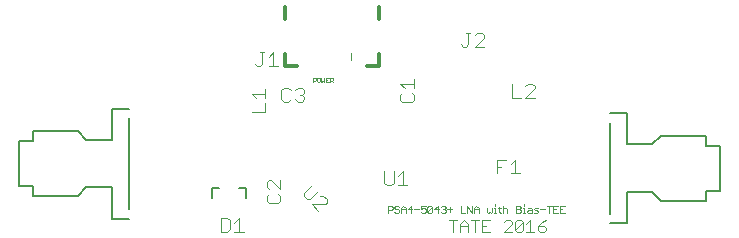
<source format=gto>
G75*
%MOIN*%
%OFA0B0*%
%FSLAX25Y25*%
%IPPOS*%
%LPD*%
%AMOC8*
5,1,8,0,0,1.08239X$1,22.5*
%
%ADD10C,0.00000*%
%ADD11C,0.00400*%
%ADD12C,0.00600*%
%ADD13C,0.01200*%
%ADD14C,0.00100*%
%ADD15C,0.00800*%
D10*
X0124372Y0021955D02*
X0124372Y0024357D01*
X0125573Y0024357D01*
X0125974Y0023957D01*
X0125974Y0023156D01*
X0125573Y0022756D01*
X0124372Y0022756D01*
X0126582Y0022356D02*
X0126983Y0021955D01*
X0127783Y0021955D01*
X0128184Y0022356D01*
X0128184Y0022756D01*
X0127783Y0023156D01*
X0126983Y0023156D01*
X0126582Y0023557D01*
X0126582Y0023957D01*
X0126983Y0024357D01*
X0127783Y0024357D01*
X0128184Y0023957D01*
X0128792Y0023557D02*
X0129593Y0024357D01*
X0130394Y0023557D01*
X0130394Y0021955D01*
X0130394Y0023156D02*
X0128792Y0023156D01*
X0128792Y0023557D02*
X0128792Y0021955D01*
X0131002Y0023156D02*
X0132603Y0023156D01*
X0133212Y0023156D02*
X0134813Y0023156D01*
X0135422Y0023156D02*
X0136223Y0023557D01*
X0136623Y0023557D01*
X0137023Y0023156D01*
X0137023Y0022356D01*
X0136623Y0021955D01*
X0135822Y0021955D01*
X0135422Y0022356D01*
X0135422Y0023156D02*
X0135422Y0024357D01*
X0137023Y0024357D01*
X0137632Y0023957D02*
X0138032Y0024357D01*
X0138833Y0024357D01*
X0139233Y0023957D01*
X0137632Y0022356D01*
X0138032Y0021955D01*
X0138833Y0021955D01*
X0139233Y0022356D01*
X0139233Y0023957D01*
X0139842Y0023156D02*
X0141443Y0023156D01*
X0142051Y0022356D02*
X0142452Y0021955D01*
X0143252Y0021955D01*
X0143653Y0022356D01*
X0143653Y0022756D01*
X0143252Y0023156D01*
X0142852Y0023156D01*
X0143252Y0023156D02*
X0143653Y0023557D01*
X0143653Y0023957D01*
X0143252Y0024357D01*
X0142452Y0024357D01*
X0142051Y0023957D01*
X0141043Y0024357D02*
X0139842Y0023156D01*
X0141043Y0021955D02*
X0141043Y0024357D01*
X0137632Y0023957D02*
X0137632Y0022356D01*
X0144261Y0023156D02*
X0145863Y0023156D01*
X0145062Y0023957D02*
X0145062Y0022356D01*
X0148681Y0021955D02*
X0150282Y0021955D01*
X0150891Y0021955D02*
X0150891Y0024357D01*
X0152492Y0021955D01*
X0152492Y0024357D01*
X0153101Y0023557D02*
X0153902Y0024357D01*
X0154702Y0023557D01*
X0154702Y0021955D01*
X0154702Y0023156D02*
X0153101Y0023156D01*
X0153101Y0023557D02*
X0153101Y0021955D01*
X0153546Y0019660D02*
X0153546Y0015656D01*
X0155894Y0015656D02*
X0158563Y0015656D01*
X0155894Y0015656D02*
X0155894Y0019660D01*
X0158563Y0019660D01*
X0158722Y0021955D02*
X0159122Y0022356D01*
X0159122Y0023557D01*
X0159731Y0023557D02*
X0160131Y0023557D01*
X0160131Y0021955D01*
X0159731Y0021955D02*
X0160531Y0021955D01*
X0161604Y0022356D02*
X0162004Y0021955D01*
X0161604Y0022356D02*
X0161604Y0023957D01*
X0161204Y0023557D02*
X0162004Y0023557D01*
X0162677Y0023156D02*
X0163077Y0023557D01*
X0163878Y0023557D01*
X0164278Y0023156D01*
X0164278Y0021955D01*
X0162677Y0021955D02*
X0162677Y0024357D01*
X0160131Y0024357D02*
X0160131Y0024758D01*
X0157521Y0023557D02*
X0157521Y0022356D01*
X0157921Y0021955D01*
X0158321Y0022356D01*
X0158722Y0021955D01*
X0154880Y0019660D02*
X0152211Y0019660D01*
X0151197Y0018325D02*
X0149863Y0019660D01*
X0148528Y0018325D01*
X0148528Y0015656D01*
X0146179Y0015656D02*
X0146179Y0019660D01*
X0144845Y0019660D02*
X0147514Y0019660D01*
X0148528Y0017658D02*
X0151197Y0017658D01*
X0151197Y0018325D02*
X0151197Y0015656D01*
X0155894Y0017658D02*
X0157229Y0017658D01*
X0163261Y0018992D02*
X0163928Y0019660D01*
X0165262Y0019660D01*
X0165930Y0018992D01*
X0165930Y0018325D01*
X0163261Y0015656D01*
X0165930Y0015656D01*
X0166944Y0016323D02*
X0167611Y0015656D01*
X0168945Y0015656D01*
X0169613Y0016323D01*
X0169613Y0018992D01*
X0166944Y0016323D01*
X0166944Y0018992D01*
X0167611Y0019660D01*
X0168945Y0019660D01*
X0169613Y0018992D01*
X0170627Y0018325D02*
X0171961Y0019660D01*
X0171961Y0015656D01*
X0170627Y0015656D02*
X0173296Y0015656D01*
X0174310Y0016323D02*
X0174977Y0015656D01*
X0176312Y0015656D01*
X0176979Y0016323D01*
X0176979Y0016991D01*
X0176312Y0017658D01*
X0174310Y0017658D01*
X0174310Y0016323D01*
X0174310Y0017658D02*
X0175645Y0018992D01*
X0176979Y0019660D01*
X0178210Y0021955D02*
X0178210Y0024357D01*
X0177410Y0024357D02*
X0179011Y0024357D01*
X0179619Y0024357D02*
X0179619Y0021955D01*
X0181221Y0021955D01*
X0181829Y0021955D02*
X0183431Y0021955D01*
X0182630Y0023156D02*
X0181829Y0023156D01*
X0181829Y0024357D02*
X0181829Y0021955D01*
X0180420Y0023156D02*
X0179619Y0023156D01*
X0176801Y0023156D02*
X0175200Y0023156D01*
X0174591Y0023557D02*
X0173390Y0023557D01*
X0172990Y0023156D01*
X0173390Y0022756D01*
X0174191Y0022756D01*
X0174591Y0022356D01*
X0174191Y0021955D01*
X0172990Y0021955D01*
X0172381Y0021955D02*
X0172381Y0023156D01*
X0171981Y0023557D01*
X0171180Y0023557D01*
X0171180Y0022756D02*
X0172381Y0022756D01*
X0172381Y0021955D02*
X0171180Y0021955D01*
X0170780Y0022356D01*
X0171180Y0022756D01*
X0170107Y0021955D02*
X0169307Y0021955D01*
X0169707Y0021955D02*
X0169707Y0023557D01*
X0169307Y0023557D01*
X0168698Y0023557D02*
X0168298Y0023156D01*
X0167097Y0023156D01*
X0167097Y0021955D02*
X0168298Y0021955D01*
X0168698Y0022356D01*
X0168698Y0022756D01*
X0168298Y0023156D01*
X0168698Y0023557D02*
X0168698Y0023957D01*
X0168298Y0024357D01*
X0167097Y0024357D01*
X0167097Y0021955D01*
X0169707Y0024357D02*
X0169707Y0024758D01*
X0179619Y0024357D02*
X0181221Y0024357D01*
X0181829Y0024357D02*
X0183431Y0024357D01*
X0148681Y0024357D02*
X0148681Y0021955D01*
X0132203Y0021955D02*
X0132203Y0024357D01*
X0131002Y0023156D01*
X0112090Y0072785D02*
X0112090Y0075145D01*
D11*
X0133090Y0066581D02*
X0133090Y0063511D01*
X0133090Y0065046D02*
X0128486Y0065046D01*
X0130020Y0063511D01*
X0129253Y0061977D02*
X0128486Y0061209D01*
X0128486Y0059675D01*
X0129253Y0058907D01*
X0132322Y0058907D01*
X0133090Y0059675D01*
X0133090Y0061209D01*
X0132322Y0061977D01*
X0165686Y0060401D02*
X0168755Y0060401D01*
X0170290Y0060401D02*
X0173359Y0063470D01*
X0173359Y0064238D01*
X0172592Y0065005D01*
X0171057Y0065005D01*
X0170290Y0064238D01*
X0165686Y0065005D02*
X0165686Y0060401D01*
X0170290Y0060401D02*
X0173359Y0060401D01*
X0156513Y0077329D02*
X0153444Y0077329D01*
X0156513Y0080399D01*
X0156513Y0081166D01*
X0155746Y0081933D01*
X0154211Y0081933D01*
X0153444Y0081166D01*
X0151909Y0081933D02*
X0150375Y0081933D01*
X0151142Y0081933D02*
X0151142Y0078097D01*
X0150375Y0077329D01*
X0149607Y0077329D01*
X0148840Y0078097D01*
X0096629Y0062832D02*
X0096629Y0062065D01*
X0095862Y0061297D01*
X0096629Y0060530D01*
X0096629Y0059763D01*
X0095862Y0058996D01*
X0094327Y0058996D01*
X0093560Y0059763D01*
X0092025Y0059763D02*
X0091258Y0058996D01*
X0089723Y0058996D01*
X0088956Y0059763D01*
X0088956Y0062832D01*
X0089723Y0063599D01*
X0091258Y0063599D01*
X0092025Y0062832D01*
X0093560Y0062832D02*
X0094327Y0063599D01*
X0095862Y0063599D01*
X0096629Y0062832D01*
X0095862Y0061297D02*
X0095094Y0061297D01*
X0083608Y0061630D02*
X0079004Y0061630D01*
X0080539Y0060096D01*
X0083608Y0060096D02*
X0083608Y0063165D01*
X0083608Y0058561D02*
X0083608Y0055492D01*
X0079004Y0055492D01*
X0080870Y0070936D02*
X0081637Y0070936D01*
X0082404Y0071703D01*
X0082404Y0075540D01*
X0081637Y0075540D02*
X0083172Y0075540D01*
X0084706Y0074005D02*
X0086241Y0075540D01*
X0086241Y0070936D01*
X0084706Y0070936D02*
X0087776Y0070936D01*
X0080870Y0070936D02*
X0080102Y0071703D01*
X0160698Y0039713D02*
X0163768Y0039713D01*
X0165302Y0038178D02*
X0166837Y0039713D01*
X0166837Y0035109D01*
X0165302Y0035109D02*
X0168372Y0035109D01*
X0162233Y0037411D02*
X0160698Y0037411D01*
X0160698Y0035109D02*
X0160698Y0039713D01*
X0130946Y0031270D02*
X0127877Y0031270D01*
X0129412Y0031270D02*
X0129412Y0035873D01*
X0127877Y0034339D01*
X0126343Y0035873D02*
X0126343Y0032037D01*
X0125575Y0031270D01*
X0124041Y0031270D01*
X0123273Y0032037D01*
X0123273Y0035873D01*
X0104007Y0026444D02*
X0102922Y0027530D01*
X0101837Y0027530D01*
X0104007Y0026444D02*
X0104007Y0025359D01*
X0103465Y0024817D01*
X0099124Y0024817D01*
X0101294Y0022646D01*
X0098582Y0026444D02*
X0101294Y0029157D01*
X0099124Y0031328D02*
X0096411Y0028615D01*
X0096411Y0027530D01*
X0097496Y0026444D01*
X0098582Y0026444D01*
X0088572Y0026037D02*
X0087804Y0025270D01*
X0084735Y0025270D01*
X0083968Y0026037D01*
X0083968Y0027572D01*
X0084735Y0028339D01*
X0084735Y0029873D02*
X0083968Y0030641D01*
X0083968Y0032175D01*
X0084735Y0032943D01*
X0085502Y0032943D01*
X0088572Y0029873D01*
X0088572Y0032943D01*
X0087804Y0028339D02*
X0088572Y0027572D01*
X0088572Y0026037D01*
X0074798Y0020278D02*
X0074798Y0015674D01*
X0076332Y0015674D02*
X0073263Y0015674D01*
X0071728Y0016442D02*
X0071728Y0019511D01*
X0070961Y0020278D01*
X0068659Y0020278D01*
X0068659Y0015674D01*
X0070961Y0015674D01*
X0071728Y0016442D01*
X0073263Y0018744D02*
X0074798Y0020278D01*
D12*
X0077098Y0026907D02*
X0077098Y0030107D01*
X0074898Y0030107D01*
X0068098Y0030107D02*
X0065898Y0030107D01*
X0065898Y0026907D01*
D13*
X0090042Y0070814D02*
X0093979Y0070814D01*
X0090042Y0070814D02*
X0090042Y0074751D01*
X0117601Y0070814D02*
X0121538Y0070814D01*
X0121510Y0070885D02*
X0121510Y0074751D01*
X0121538Y0074751D01*
X0121538Y0086562D02*
X0121538Y0090499D01*
X0090042Y0090499D02*
X0090042Y0086562D01*
D14*
X0099304Y0067007D02*
X0100055Y0067007D01*
X0100305Y0066756D01*
X0100305Y0066256D01*
X0100055Y0066006D01*
X0099304Y0066006D01*
X0099304Y0065505D02*
X0099304Y0067007D01*
X0100778Y0066756D02*
X0100778Y0065756D01*
X0101028Y0065505D01*
X0101528Y0065505D01*
X0101778Y0065756D01*
X0101778Y0066756D01*
X0101528Y0067007D01*
X0101028Y0067007D01*
X0100778Y0066756D01*
X0102251Y0067007D02*
X0102251Y0065505D01*
X0102751Y0066006D01*
X0103252Y0065505D01*
X0103252Y0067007D01*
X0103724Y0067007D02*
X0103724Y0065505D01*
X0104725Y0065505D01*
X0105197Y0065505D02*
X0105197Y0067007D01*
X0105948Y0067007D01*
X0106198Y0066756D01*
X0106198Y0066256D01*
X0105948Y0066006D01*
X0105197Y0066006D01*
X0105698Y0066006D02*
X0106198Y0065505D01*
X0104225Y0066256D02*
X0103724Y0066256D01*
X0103724Y0067007D02*
X0104725Y0067007D01*
D15*
X0038113Y0020026D02*
X0032404Y0020026D01*
X0032404Y0030459D01*
X0023939Y0030459D01*
X0020987Y0027507D01*
X0006026Y0027507D01*
X0006026Y0030853D01*
X0001400Y0030853D01*
X0001400Y0045814D01*
X0006026Y0045814D01*
X0006026Y0049160D01*
X0020987Y0049160D01*
X0023939Y0046207D01*
X0032404Y0046207D01*
X0032404Y0056640D01*
X0038113Y0056640D01*
X0038113Y0053491D02*
X0038113Y0023176D01*
X0198428Y0021719D02*
X0198428Y0052034D01*
X0198428Y0055184D02*
X0204136Y0055184D01*
X0204136Y0044751D01*
X0212601Y0044751D01*
X0215554Y0047703D01*
X0230514Y0047703D01*
X0230514Y0044357D01*
X0235140Y0044357D01*
X0235140Y0029396D01*
X0230514Y0029396D01*
X0230514Y0026050D01*
X0215554Y0026050D01*
X0212601Y0029003D01*
X0204136Y0029003D01*
X0204136Y0018570D01*
X0198428Y0018570D01*
M02*

</source>
